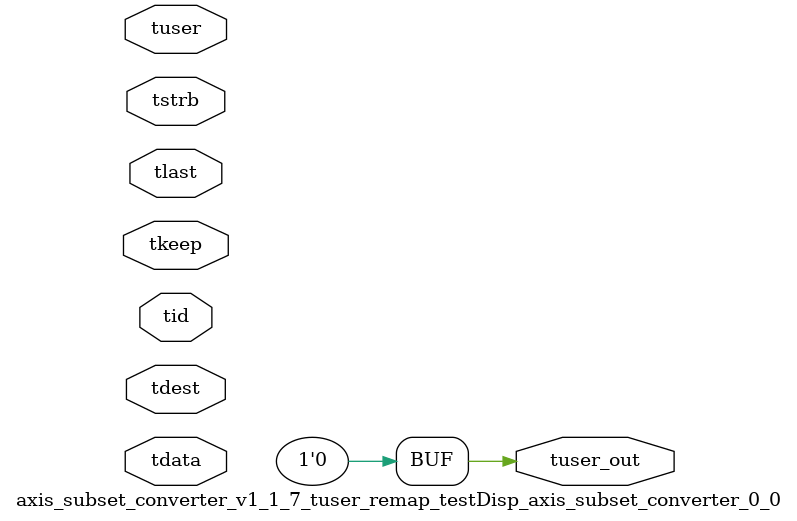
<source format=v>


`timescale 1ps/1ps

module axis_subset_converter_v1_1_7_tuser_remap_testDisp_axis_subset_converter_0_0 #
(
parameter C_S_AXIS_TUSER_WIDTH = 1,
parameter C_S_AXIS_TDATA_WIDTH = 32,
parameter C_S_AXIS_TID_WIDTH   = 0,
parameter C_S_AXIS_TDEST_WIDTH = 0,
parameter C_M_AXIS_TUSER_WIDTH = 1
)
(
input  [(C_S_AXIS_TUSER_WIDTH == 0 ? 1 : C_S_AXIS_TUSER_WIDTH)-1:0     ] tuser,
input  [(C_S_AXIS_TDATA_WIDTH == 0 ? 1 : C_S_AXIS_TDATA_WIDTH)-1:0     ] tdata,
input  [(C_S_AXIS_TID_WIDTH   == 0 ? 1 : C_S_AXIS_TID_WIDTH)-1:0       ] tid,
input  [(C_S_AXIS_TDEST_WIDTH == 0 ? 1 : C_S_AXIS_TDEST_WIDTH)-1:0     ] tdest,
input  [(C_S_AXIS_TDATA_WIDTH/8)-1:0 ] tkeep,
input  [(C_S_AXIS_TDATA_WIDTH/8)-1:0 ] tstrb,
input                                                                    tlast,
output [C_M_AXIS_TUSER_WIDTH-1:0] tuser_out
);

assign tuser_out = {1'b0};

endmodule


</source>
